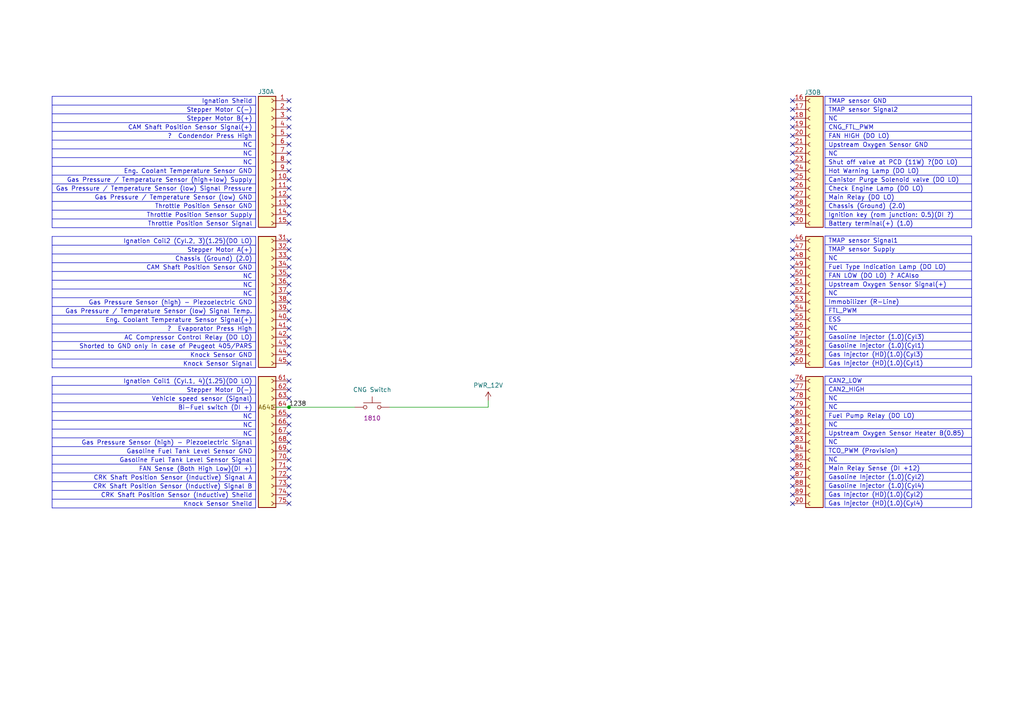
<source format=kicad_sch>
(kicad_sch (version 20250114) (generator "eeschema") (generator_version "9.0")
  (paper "A4")
  (lib_symbols
    (symbol "Switch:SW_MEC_5G" (pin_numbers (hide yes)) (pin_names (offset 1.016) (hide yes))
      (property "Reference" "SW" (at 1.27 2.54 0))
      (property "Value" "SW_MEC_5G" (at 0 -1.524 0))
      (symbol "SW_MEC_5G_0_1"
        (circle (center -2.032 0) (radius 0.508))
        (polyline (pts (xy 0 1.27) (xy 0 3.048)))
        (circle (center 2.032 0) (radius 0.508))
        (polyline (pts (xy 2.54 1.27) (xy -2.54 1.27)))
        (pin passive line (at -5.08 0 0) (length 2.54) (name "A") (number "1"))
        (pin passive line (at 5.08 0 180) (length 2.54) (name "B") (number "3"))
      )
      (symbol "SW_MEC_5G_1_1"
        (pin passive line (at -5.08 0 0) (length 2.54) (hide yes) (name "A") (number "2"))
        (pin passive line (at 5.08 0 180) (length 2.54) (hide yes) (name "B") (number "4"))
      )
    )
    (symbol "fab:PWR_12V" (power) (pin_names (offset 0))
      (property "Value" "PWR_12V" (at 0 3.556 0))
      (symbol "PWR_12V_0_1"
        (polyline (pts (xy -0.762 1.27) (xy 0 2.54)))
        (polyline (pts (xy 0 2.54) (xy 0.762 1.27)))
        (polyline (pts (xy 0 0) (xy 0 2.54)))
      )
      (symbol "PWR_12V_1_1"
        (pin power_in line (at 0 0 90) (length 0) (hide yes) (name "PWR_12V") (number "1"))
      )
    )
    (symbol "sicma_socket:Conn_01x90_3Row_Socket" (pin_names (offset 1.016) (hide yes))
      (property "Reference" "J" (at 1.524 60.833 0))
      (property "Value" "Conn_01x90_3Row_Socket" (at 1.397 -61.214 0))
      (symbol "Conn_01x90_3Row_Socket_1_1"
        (rectangle (start -0.508 59.69) (end 4.572 21.717) (stroke (width 0.254)) (fill (type background)))
        (polyline (pts (xy -0.508 58.42) (xy 0.254 58.42)) (stroke (width 0.1524)))
        (polyline (pts (xy -0.508 55.88) (xy 0.254 55.88)) (stroke (width 0.1524)))
        (polyline (pts (xy -0.508 53.34) (xy 0.254 53.34)) (stroke (width 0.1524)))
        (polyline (pts (xy -0.508 50.8) (xy 0.254 50.8)) (stroke (width 0.1524)))
        (polyline (pts (xy -0.508 48.26) (xy 0.254 48.26)) (stroke (width 0.1524)))
        (polyline (pts (xy -0.508 45.72) (xy 0.254 45.72)) (stroke (width 0.1524)))
        (polyline (pts (xy -0.508 43.18) (xy 0.254 43.18)) (stroke (width 0.1524)))
        (polyline (pts (xy -0.508 40.64) (xy 0.254 40.64)) (stroke (width 0.1524)))
        (polyline (pts (xy -0.508 38.1) (xy 0.254 38.1)) (stroke (width 0.1524)))
        (polyline (pts (xy -0.508 35.56) (xy 0.254 35.56)) (stroke (width 0.1524)))
        (polyline (pts (xy -0.508 33.02) (xy 0.254 33.02)) (stroke (width 0.1524)))
        (polyline (pts (xy -0.508 30.48) (xy 0.254 30.48)) (stroke (width 0.1524)))
        (polyline (pts (xy -0.508 27.94) (xy 0.254 27.94)) (stroke (width 0.1524)))
        (polyline (pts (xy -0.508 25.4) (xy 0.254 25.4)) (stroke (width 0.1524)))
        (polyline (pts (xy -0.508 22.86) (xy 0.254 22.86)) (stroke (width 0.1524)))
        (rectangle (start -0.508 19.05) (end 4.572 -18.923) (stroke (width 0.254)) (fill (type background)))
        (polyline (pts (xy -0.508 17.78) (xy 0.254 17.78)) (stroke (width 0.1524)))
        (polyline (pts (xy -0.508 15.24) (xy 0.254 15.24)) (stroke (width 0.1524)))
        (polyline (pts (xy -0.508 12.7) (xy 0.254 12.7)) (stroke (width 0.1524)))
        (polyline (pts (xy -0.508 10.16) (xy 0.254 10.16)) (stroke (width 0.1524)))
        (polyline (pts (xy -0.508 7.62) (xy 0.254 7.62)) (stroke (width 0.1524)))
        (polyline (pts (xy -0.508 5.08) (xy 0.254 5.08)) (stroke (width 0.1524)))
        (polyline (pts (xy -0.508 2.54) (xy 0.254 2.54)) (stroke (width 0.1524)))
        (polyline (pts (xy -0.508 0) (xy 0.254 0)) (stroke (width 0.1524)))
        (polyline (pts (xy -0.508 -2.54) (xy 0.254 -2.54)) (stroke (width 0.1524)))
        (polyline (pts (xy -0.508 -5.08) (xy 0.254 -5.08)) (stroke (width 0.1524)))
        (polyline (pts (xy -0.508 -7.62) (xy 0.254 -7.62)) (stroke (width 0.1524)))
        (polyline (pts (xy -0.508 -10.16) (xy 0.254 -10.16)) (stroke (width 0.1524)))
        (polyline (pts (xy -0.508 -12.7) (xy 0.254 -12.7)) (stroke (width 0.1524)))
        (polyline (pts (xy -0.508 -15.24) (xy 0.254 -15.24)) (stroke (width 0.1524)))
        (polyline (pts (xy -0.508 -17.78) (xy 0.254 -17.78)) (stroke (width 0.1524)))
        (rectangle (start -0.508 -21.59) (end 4.572 -59.563) (stroke (width 0.254)) (fill (type background)))
        (polyline (pts (xy -0.508 -22.86) (xy 0.254 -22.86)) (stroke (width 0.1524)))
        (polyline (pts (xy -0.508 -25.4) (xy 0.254 -25.4)) (stroke (width 0.1524)))
        (polyline (pts (xy -0.508 -27.94) (xy 0.254 -27.94)) (stroke (width 0.1524)))
        (polyline (pts (xy -0.508 -30.48) (xy 0.254 -30.48)) (stroke (width 0.1524)))
        (polyline (pts (xy -0.508 -33.02) (xy 0.254 -33.02)) (stroke (width 0.1524)))
        (polyline (pts (xy -0.508 -35.56) (xy 0.254 -35.56)) (stroke (width 0.1524)))
        (polyline (pts (xy -0.508 -38.1) (xy 0.254 -38.1)) (stroke (width 0.1524)))
        (polyline (pts (xy -0.508 -40.64) (xy 0.254 -40.64)) (stroke (width 0.1524)))
        (polyline (pts (xy -0.508 -43.18) (xy 0.254 -43.18)) (stroke (width 0.1524)))
        (polyline (pts (xy -0.508 -45.72) (xy 0.254 -45.72)) (stroke (width 0.1524)))
        (polyline (pts (xy -0.508 -48.26) (xy 0.254 -48.26)) (stroke (width 0.1524)))
        (polyline (pts (xy -0.508 -50.8) (xy 0.254 -50.8)) (stroke (width 0.1524)))
        (polyline (pts (xy -0.508 -53.34) (xy 0.254 -53.34)) (stroke (width 0.1524)))
        (polyline (pts (xy -0.508 -55.88) (xy 0.254 -55.88)) (stroke (width 0.1524)))
        (polyline (pts (xy -0.508 -58.42) (xy 0.254 -58.42)) (stroke (width 0.1524)))
        (arc (start 0.762 57.912) (mid 0.2562 58.42) (end 0.762 58.928) (stroke (width 0.1524)))
        (arc (start 0.762 55.372) (mid 0.2562 55.88) (end 0.762 56.388) (stroke (width 0.1524)))
        (arc (start 0.762 52.832) (mid 0.2562 53.34) (end 0.762 53.848) (stroke (width 0.1524)))
        (arc (start 0.762 50.292) (mid 0.2562 50.8) (end 0.762 51.308) (stroke (width 0.1524)))
        (arc (start 0.762 47.752) (mid 0.2562 48.26) (end 0.762 48.768) (stroke (width 0.1524)))
        (arc (start 0.762 45.212) (mid 0.2562 45.72) (end 0.762 46.228) (stroke (width 0.1524)))
        (arc (start 0.762 42.672) (mid 0.2562 43.18) (end 0.762 43.688) (stroke (width 0.1524)))
        (arc (start 0.762 40.132) (mid 0.2562 40.64) (end 0.762 41.148) (stroke (width 0.1524)))
        (arc (start 0.762 37.592) (mid 0.2562 38.1) (end 0.762 38.608) (stroke (width 0.1524)))
        (arc (start 0.762 35.052) (mid 0.2562 35.56) (end 0.762 36.068) (stroke (width 0.1524)))
        (arc (start 0.762 32.512) (mid 0.2562 33.02) (end 0.762 33.528) (stroke (width 0.1524)))
        (arc (start 0.762 29.972) (mid 0.2562 30.48) (end 0.762 30.988) (stroke (width 0.1524)))
        (arc (start 0.762 27.432) (mid 0.2562 27.94) (end 0.762 28.448) (stroke (width 0.1524)))
        (arc (start 0.762 24.892) (mid 0.2562 25.4) (end 0.762 25.908) (stroke (width 0.1524)))
        (arc (start 0.762 22.352) (mid 0.2562 22.86) (end 0.762 23.368) (stroke (width 0.1524)))
        (arc (start 0.762 17.272) (mid 0.2562 17.78) (end 0.762 18.288) (stroke (width 0.1524)))
        (arc (start 0.762 14.732) (mid 0.2562 15.24) (end 0.762 15.748) (stroke (width 0.1524)))
        (arc (start 0.762 12.192) (mid 0.2562 12.7) (end 0.762 13.208) (stroke (width 0.1524)))
        (arc (start 0.762 9.652) (mid 0.2562 10.16) (end 0.762 10.668) (stroke (width 0.1524)))
        (arc (start 0.762 7.112) (mid 0.2562 7.62) (end 0.762 8.128) (stroke (width 0.1524)))
        (arc (start 0.762 4.572) (mid 0.2562 5.08) (end 0.762 5.588) (stroke (width 0.1524)))
        (arc (start 0.762 2.032) (mid 0.2562 2.54) (end 0.762 3.048) (stroke (width 0.1524)))
        (arc (start 0.762 -0.508) (mid 0.2562 0) (end 0.762 0.508) (stroke (width 0.1524)))
        (arc (start 0.762 -3.048) (mid 0.2562 -2.54) (end 0.762 -2.032) (stroke (width 0.1524)))
        (arc (start 0.762 -5.588) (mid 0.2562 -5.08) (end 0.762 -4.572) (stroke (width 0.1524)))
        (arc (start 0.762 -8.128) (mid 0.2562 -7.62) (end 0.762 -7.112) (stroke (width 0.1524)))
        (arc (start 0.762 -10.668) (mid 0.2562 -10.16) (end 0.762 -9.652) (stroke (width 0.1524)))
        (arc (start 0.762 -13.208) (mid 0.2562 -12.7) (end 0.762 -12.192) (stroke (width 0.1524)))
        (arc (start 0.762 -15.748) (mid 0.2562 -15.24) (end 0.762 -14.732) (stroke (width 0.1524)))
        (arc (start 0.762 -18.288) (mid 0.2562 -17.78) (end 0.762 -17.272) (stroke (width 0.1524)))
        (arc (start 0.762 -23.368) (mid 0.2562 -22.86) (end 0.762 -22.352) (stroke (width 0.1524)))
        (arc (start 0.762 -25.908) (mid 0.2562 -25.4) (end 0.762 -24.892) (stroke (width 0.1524)))
        (arc (start 0.762 -28.448) (mid 0.2562 -27.94) (end 0.762 -27.432) (stroke (width 0.1524)))
        (arc (start 0.762 -30.988) (mid 0.2562 -30.48) (end 0.762 -29.972) (stroke (width 0.1524)))
        (arc (start 0.762 -33.528) (mid 0.2562 -33.02) (end 0.762 -32.512) (stroke (width 0.1524)))
        (arc (start 0.762 -36.068) (mid 0.2562 -35.56) (end 0.762 -35.052) (stroke (width 0.1524)))
        (arc (start 0.762 -38.608) (mid 0.2562 -38.1) (end 0.762 -37.592) (stroke (width 0.1524)))
        (arc (start 0.762 -41.148) (mid 0.2562 -40.64) (end 0.762 -40.132) (stroke (width 0.1524)))
        (arc (start 0.762 -43.688) (mid 0.2562 -43.18) (end 0.762 -42.672) (stroke (width 0.1524)))
        (arc (start 0.762 -46.228) (mid 0.2562 -45.72) (end 0.762 -45.212) (stroke (width 0.1524)))
        (arc (start 0.762 -48.768) (mid 0.2562 -48.26) (end 0.762 -47.752) (stroke (width 0.1524)))
        (arc (start 0.762 -51.308) (mid 0.2562 -50.8) (end 0.762 -50.292) (stroke (width 0.1524)))
        (arc (start 0.762 -53.848) (mid 0.2562 -53.34) (end 0.762 -52.832) (stroke (width 0.1524)))
        (arc (start 0.762 -56.388) (mid 0.2562 -55.88) (end 0.762 -55.372) (stroke (width 0.1524)))
        (arc (start 0.762 -58.928) (mid 0.2562 -58.42) (end 0.762 -57.912) (stroke (width 0.1524)))
        (pin passive line (at -4.318 58.42 0) (length 3.81) (name "A1") (number "1"))
        (pin passive line (at -4.318 55.88 0) (length 3.81) (name "A2") (number "2"))
        (pin passive line (at -4.318 53.34 0) (length 3.81) (name "A3") (number "3"))
        (pin passive line (at -4.318 50.8 0) (length 3.81) (name "A4") (number "4"))
        (pin passive line (at -4.318 48.26 0) (length 3.81) (name "A5") (number "5"))
        (pin passive line (at -4.318 45.72 0) (length 3.81) (name "A6") (number "6"))
        (pin passive line (at -4.318 43.18 0) (length 3.81) (name "A7") (number "7"))
        (pin passive line (at -4.318 40.64 0) (length 3.81) (name "A8") (number "8"))
        (pin passive line (at -4.318 38.1 0) (length 3.81) (name "A9") (number "9"))
        (pin passive line (at -4.318 35.56 0) (length 3.81) (name "A10") (number "10"))
        (pin passive line (at -4.318 33.02 0) (length 3.81) (name "A11") (number "11"))
        (pin passive line (at -4.318 30.48 0) (length 3.81) (name "A12") (number "12"))
        (pin passive line (at -4.318 27.94 0) (length 3.81) (name "A13") (number "13"))
        (pin passive line (at -4.318 25.4 0) (length 3.81) (name "A14") (number "14"))
        (pin passive line (at -4.318 22.86 0) (length 3.81) (name "A15") (number "15"))
        (pin passive line (at -4.318 17.78 0) (length 3.81) (name "A31") (number "31"))
        (pin passive line (at -4.318 15.24 0) (length 3.81) (name "A32") (number "32"))
        (pin passive line (at -4.318 12.7 0) (length 3.81) (name "A33") (number "33"))
        (pin passive line (at -4.318 10.16 0) (length 3.81) (name "A34") (number "34"))
        (pin passive line (at -4.318 7.62 0) (length 3.81) (name "A35") (number "35"))
        (pin passive line (at -4.318 5.08 0) (length 3.81) (name "A36") (number "36"))
        (pin passive line (at -4.318 2.54 0) (length 3.81) (name "A37") (number "37"))
        (pin passive line (at -4.318 0 0) (length 3.81) (name "A38") (number "38"))
        (pin passive line (at -4.318 -2.54 0) (length 3.81) (name "A39") (number "39"))
        (pin passive line (at -4.318 -5.08 0) (length 3.81) (name "A40") (number "40"))
        (pin passive line (at -4.318 -7.62 0) (length 3.81) (name "A41") (number "41"))
        (pin passive line (at -4.318 -10.16 0) (length 3.81) (name "A42") (number "42"))
        (pin passive line (at -4.318 -12.7 0) (length 3.81) (name "A43") (number "43"))
        (pin passive line (at -4.318 -15.24 0) (length 3.81) (name "A44") (number "44"))
        (pin passive line (at -4.318 -17.78 0) (length 3.81) (name "A45") (number "45"))
        (pin passive line (at -4.318 -22.86 0) (length 3.81) (name "A61") (number "61"))
        (pin passive line (at -4.318 -25.4 0) (length 3.81) (name "A62") (number "62"))
        (pin passive line (at -4.318 -27.94 0) (length 3.81) (name "A63") (number "63"))
        (pin passive line (at -4.318 -30.48 0) (length 3.81) (name "A64") (number "64"))
        (pin passive line (at -4.318 -33.02 0) (length 3.81) (name "A65") (number "65"))
        (pin passive line (at -4.318 -35.56 0) (length 3.81) (name "A66") (number "66"))
        (pin passive line (at -4.318 -38.1 0) (length 3.81) (name "A67") (number "67"))
        (pin passive line (at -4.318 -40.64 0) (length 3.81) (name "A68") (number "68"))
        (pin passive line (at -4.318 -43.18 0) (length 3.81) (name "A69") (number "69"))
        (pin passive line (at -4.318 -45.72 0) (length 3.81) (name "A70") (number "70"))
        (pin passive line (at -4.318 -48.26 0) (length 3.81) (name "A71") (number "71"))
        (pin passive line (at -4.318 -50.8 0) (length 3.81) (name "A72") (number "72"))
        (pin passive line (at -4.318 -53.34 0) (length 3.81) (name "A73") (number "73"))
        (pin passive line (at -4.318 -55.88 0) (length 3.81) (name "A74") (number "74"))
        (pin passive line (at -4.318 -58.42 0) (length 3.81) (name "A75") (number "75"))
      )
      (symbol "Conn_01x90_3Row_Socket_2_1"
        (rectangle (start -0.508 59.69) (end 4.572 21.717) (stroke (width 0.254)) (fill (type background)))
        (polyline (pts (xy -0.508 58.42) (xy 0.254 58.42)) (stroke (width 0.1524)))
        (polyline (pts (xy -0.508 55.88) (xy 0.254 55.88)) (stroke (width 0.1524)))
        (polyline (pts (xy -0.508 53.34) (xy 0.254 53.34)) (stroke (width 0.1524)))
        (polyline (pts (xy -0.508 50.8) (xy 0.254 50.8)) (stroke (width 0.1524)))
        (polyline (pts (xy -0.508 48.26) (xy 0.254 48.26)) (stroke (width 0.1524)))
        (polyline (pts (xy -0.508 45.72) (xy 0.254 45.72)) (stroke (width 0.1524)))
        (polyline (pts (xy -0.508 43.18) (xy 0.254 43.18)) (stroke (width 0.1524)))
        (polyline (pts (xy -0.508 40.64) (xy 0.254 40.64)) (stroke (width 0.1524)))
        (polyline (pts (xy -0.508 38.1) (xy 0.254 38.1)) (stroke (width 0.1524)))
        (polyline (pts (xy -0.508 35.56) (xy 0.254 35.56)) (stroke (width 0.1524)))
        (polyline (pts (xy -0.508 33.02) (xy 0.254 33.02)) (stroke (width 0.1524)))
        (polyline (pts (xy -0.508 30.48) (xy 0.254 30.48)) (stroke (width 0.1524)))
        (polyline (pts (xy -0.508 27.94) (xy 0.254 27.94)) (stroke (width 0.1524)))
        (polyline (pts (xy -0.508 25.4) (xy 0.254 25.4)) (stroke (width 0.1524)))
        (polyline (pts (xy -0.508 22.86) (xy 0.254 22.86)) (stroke (width 0.1524)))
        (rectangle (start -0.508 19.05) (end 4.572 -18.923) (stroke (width 0.254)) (fill (type background)))
        (polyline (pts (xy -0.508 17.78) (xy 0.254 17.78)) (stroke (width 0.1524)))
        (polyline (pts (xy -0.508 15.24) (xy 0.254 15.24)) (stroke (width 0.1524)))
        (polyline (pts (xy -0.508 12.7) (xy 0.254 12.7)) (stroke (width 0.1524)))
        (polyline (pts (xy -0.508 10.16) (xy 0.254 10.16)) (stroke (width 0.1524)))
        (polyline (pts (xy -0.508 7.62) (xy 0.254 7.62)) (stroke (width 0.1524)))
        (polyline (pts (xy -0.508 5.08) (xy 0.254 5.08)) (stroke (width 0.1524)))
        (polyline (pts (xy -0.508 2.54) (xy 0.254 2.54)) (stroke (width 0.1524)))
        (polyline (pts (xy -0.508 0) (xy 0.254 0)) (stroke (width 0.1524)))
        (polyline (pts (xy -0.508 -2.54) (xy 0.254 -2.54)) (stroke (width 0.1524)))
        (polyline (pts (xy -0.508 -5.08) (xy 0.254 -5.08)) (stroke (width 0.1524)))
        (polyline (pts (xy -0.508 -7.62) (xy 0.254 -7.62)) (stroke (width 0.1524)))
        (polyline (pts (xy -0.508 -10.16) (xy 0.254 -10.16)) (stroke (width 0.1524)))
        (polyline (pts (xy -0.508 -12.7) (xy 0.254 -12.7)) (stroke (width 0.1524)))
        (polyline (pts (xy -0.508 -15.24) (xy 0.254 -15.24)) (stroke (width 0.1524)))
        (polyline (pts (xy -0.508 -17.78) (xy 0.254 -17.78)) (stroke (width 0.1524)))
        (rectangle (start -0.508 -21.59) (end 4.572 -59.563) (stroke (width 0.254)) (fill (type background)))
        (polyline (pts (xy -0.508 -22.86) (xy 0.254 -22.86)) (stroke (width 0.1524)))
        (polyline (pts (xy -0.508 -25.4) (xy 0.254 -25.4)) (stroke (width 0.1524)))
        (polyline (pts (xy -0.508 -27.94) (xy 0.254 -27.94)) (stroke (width 0.1524)))
        (polyline (pts (xy -0.508 -30.48) (xy 0.254 -30.48)) (stroke (width 0.1524)))
        (polyline (pts (xy -0.508 -33.02) (xy 0.254 -33.02)) (stroke (width 0.1524)))
        (polyline (pts (xy -0.508 -35.56) (xy 0.254 -35.56)) (stroke (width 0.1524)))
        (polyline (pts (xy -0.508 -38.1) (xy 0.254 -38.1)) (stroke (width 0.1524)))
        (polyline (pts (xy -0.508 -40.64) (xy 0.254 -40.64)) (stroke (width 0.1524)))
        (polyline (pts (xy -0.508 -43.18) (xy 0.254 -43.18)) (stroke (width 0.1524)))
        (polyline (pts (xy -0.508 -45.72) (xy 0.254 -45.72)) (stroke (width 0.1524)))
        (polyline (pts (xy -0.508 -48.26) (xy 0.254 -48.26)) (stroke (width 0.1524)))
        (polyline (pts (xy -0.508 -50.8) (xy 0.254 -50.8)) (stroke (width 0.1524)))
        (polyline (pts (xy -0.508 -53.34) (xy 0.254 -53.34)) (stroke (width 0.1524)))
        (polyline (pts (xy -0.508 -55.88) (xy 0.254 -55.88)) (stroke (width 0.1524)))
        (polyline (pts (xy -0.508 -58.42) (xy 0.254 -58.42)) (stroke (width 0.1524)))
        (arc (start 0.762 57.912) (mid 0.2562 58.42) (end 0.762 58.928) (stroke (width 0.1524)))
        (arc (start 0.762 55.372) (mid 0.2562 55.88) (end 0.762 56.388) (stroke (width 0.1524)))
        (arc (start 0.762 52.832) (mid 0.2562 53.34) (end 0.762 53.848) (stroke (width 0.1524)))
        (arc (start 0.762 50.292) (mid 0.2562 50.8) (end 0.762 51.308) (stroke (width 0.1524)))
        (arc (start 0.762 47.752) (mid 0.2562 48.26) (end 0.762 48.768) (stroke (width 0.1524)))
        (arc (start 0.762 45.212) (mid 0.2562 45.72) (end 0.762 46.228) (stroke (width 0.1524)))
        (arc (start 0.762 42.672) (mid 0.2562 43.18) (end 0.762 43.688) (stroke (width 0.1524)))
        (arc (start 0.762 40.132) (mid 0.2562 40.64) (end 0.762 41.148) (stroke (width 0.1524)))
        (arc (start 0.762 37.592) (mid 0.2562 38.1) (end 0.762 38.608) (stroke (width 0.1524)))
        (arc (start 0.762 35.052) (mid 0.2562 35.56) (end 0.762 36.068) (stroke (width 0.1524)))
        (arc (start 0.762 32.512) (mid 0.2562 33.02) (end 0.762 33.528) (stroke (width 0.1524)))
        (arc (start 0.762 29.972) (mid 0.2562 30.48) (end 0.762 30.988) (stroke (width 0.1524)))
        (arc (start 0.762 27.432) (mid 0.2562 27.94) (end 0.762 28.448) (stroke (width 0.1524)))
        (arc (start 0.762 24.892) (mid 0.2562 25.4) (end 0.762 25.908) (stroke (width 0.1524)))
        (arc (start 0.762 22.352) (mid 0.2562 22.86) (end 0.762 23.368) (stroke (width 0.1524)))
        (arc (start 0.762 17.272) (mid 0.2562 17.78) (end 0.762 18.288) (stroke (width 0.1524)))
        (arc (start 0.762 14.732) (mid 0.2562 15.24) (end 0.762 15.748) (stroke (width 0.1524)))
        (arc (start 0.762 12.192) (mid 0.2562 12.7) (end 0.762 13.208) (stroke (width 0.1524)))
        (arc (start 0.762 9.652) (mid 0.2562 10.16) (end 0.762 10.668) (stroke (width 0.1524)))
        (arc (start 0.762 7.112) (mid 0.2562 7.62) (end 0.762 8.128) (stroke (width 0.1524)))
        (arc (start 0.762 4.572) (mid 0.2562 5.08) (end 0.762 5.588) (stroke (width 0.1524)))
        (arc (start 0.762 2.032) (mid 0.2562 2.54) (end 0.762 3.048) (stroke (width 0.1524)))
        (arc (start 0.762 -0.508) (mid 0.2562 0) (end 0.762 0.508) (stroke (width 0.1524)))
        (arc (start 0.762 -3.048) (mid 0.2562 -2.54) (end 0.762 -2.032) (stroke (width 0.1524)))
        (arc (start 0.762 -5.588) (mid 0.2562 -5.08) (end 0.762 -4.572) (stroke (width 0.1524)))
        (arc (start 0.762 -8.128) (mid 0.2562 -7.62) (end 0.762 -7.112) (stroke (width 0.1524)))
        (arc (start 0.762 -10.668) (mid 0.2562 -10.16) (end 0.762 -9.652) (stroke (width 0.1524)))
        (arc (start 0.762 -13.208) (mid 0.2562 -12.7) (end 0.762 -12.192) (stroke (width 0.1524)))
        (arc (start 0.762 -15.748) (mid 0.2562 -15.24) (end 0.762 -14.732) (stroke (width 0.1524)))
        (arc (start 0.762 -18.288) (mid 0.2562 -17.78) (end 0.762 -17.272) (stroke (width 0.1524)))
        (arc (start 0.762 -23.368) (mid 0.2562 -22.86) (end 0.762 -22.352) (stroke (width 0.1524)))
        (arc (start 0.762 -25.908) (mid 0.2562 -25.4) (end 0.762 -24.892) (stroke (width 0.1524)))
        (arc (start 0.762 -28.448) (mid 0.2562 -27.94) (end 0.762 -27.432) (stroke (width 0.1524)))
        (arc (start 0.762 -30.988) (mid 0.2562 -30.48) (end 0.762 -29.972) (stroke (width 0.1524)))
        (arc (start 0.762 -33.528) (mid 0.2562 -33.02) (end 0.762 -32.512) (stroke (width 0.1524)))
        (arc (start 0.762 -36.068) (mid 0.2562 -35.56) (end 0.762 -35.052) (stroke (width 0.1524)))
        (arc (start 0.762 -38.608) (mid 0.2562 -38.1) (end 0.762 -37.592) (stroke (width 0.1524)))
        (arc (start 0.762 -41.148) (mid 0.2562 -40.64) (end 0.762 -40.132) (stroke (width 0.1524)))
        (arc (start 0.762 -43.688) (mid 0.2562 -43.18) (end 0.762 -42.672) (stroke (width 0.1524)))
        (arc (start 0.762 -46.228) (mid 0.2562 -45.72) (end 0.762 -45.212) (stroke (width 0.1524)))
        (arc (start 0.762 -48.768) (mid 0.2562 -48.26) (end 0.762 -47.752) (stroke (width 0.1524)))
        (arc (start 0.762 -51.308) (mid 0.2562 -50.8) (end 0.762 -50.292) (stroke (width 0.1524)))
        (arc (start 0.762 -53.848) (mid 0.2562 -53.34) (end 0.762 -52.832) (stroke (width 0.1524)))
        (arc (start 0.762 -56.388) (mid 0.2562 -55.88) (end 0.762 -55.372) (stroke (width 0.1524)))
        (arc (start 0.762 -58.928) (mid 0.2562 -58.42) (end 0.762 -57.912) (stroke (width 0.1524)))
        (pin passive line (at -4.318 58.42 0) (length 3.81) (name "B16") (number "16"))
        (pin passive line (at -4.318 55.88 0) (length 3.81) (name "B17") (number "17"))
        (pin passive line (at -4.318 53.34 0) (length 3.81) (name "B18") (number "18"))
        (pin passive line (at -4.318 50.8 0) (length 3.81) (name "B19") (number "19"))
        (pin passive line (at -4.318 48.26 0) (length 3.81) (name "B20") (number "20"))
        (pin passive line (at -4.318 45.72 0) (length 3.81) (name "B21") (number "21"))
        (pin passive line (at -4.318 43.18 0) (length 3.81) (name "B22") (number "22"))
        (pin passive line (at -4.318 40.64 0) (length 3.81) (name "B23") (number "23"))
        (pin passive line (at -4.318 38.1 0) (length 3.81) (name "B24") (number "24"))
        (pin passive line (at -4.318 35.56 0) (length 3.81) (name "B25") (number "25"))
        (pin passive line (at -4.318 33.02 0) (length 3.81) (name "B26") (number "26"))
        (pin passive line (at -4.318 30.48 0) (length 3.81) (name "B27") (number "27"))
        (pin passive line (at -4.318 27.94 0) (length 3.81) (name "B28") (number "28"))
        (pin passive line (at -4.318 25.4 0) (length 3.81) (name "B29") (number "29"))
        (pin passive line (at -4.318 22.86 0) (length 3.81) (name "B30") (number "30"))
        (pin passive line (at -4.318 17.78 0) (length 3.81) (name "B46") (number "46"))
        (pin passive line (at -4.318 15.24 0) (length 3.81) (name "B47") (number "47"))
        (pin passive line (at -4.318 12.7 0) (length 3.81) (name "B48") (number "48"))
        (pin passive line (at -4.318 10.16 0) (length 3.81) (name "B49") (number "49"))
        (pin passive line (at -4.318 7.62 0) (length 3.81) (name "B50") (number "50"))
        (pin passive line (at -4.318 5.08 0) (length 3.81) (name "B51") (number "51"))
        (pin passive line (at -4.318 2.54 0) (length 3.81) (name "B52") (number "52"))
        (pin passive line (at -4.318 0 0) (length 3.81) (name "B53") (number "53"))
        (pin passive line (at -4.318 -2.54 0) (length 3.81) (name "B54") (number "54"))
        (pin passive line (at -4.318 -5.08 0) (length 3.81) (name "B55") (number "55"))
        (pin passive line (at -4.318 -7.62 0) (length 3.81) (name "B56") (number "56"))
        (pin passive line (at -4.318 -10.16 0) (length 3.81) (name "B57") (number "57"))
        (pin passive line (at -4.318 -12.7 0) (length 3.81) (name "B58") (number "58"))
        (pin passive line (at -4.318 -15.24 0) (length 3.81) (name "B59") (number "59"))
        (pin passive line (at -4.318 -17.78 0) (length 3.81) (name "B60") (number "60"))
        (pin passive line (at -4.318 -22.86 0) (length 3.81) (name "B76") (number "76"))
        (pin passive line (at -4.318 -25.4 0) (length 3.81) (name "B77") (number "77"))
        (pin passive line (at -4.318 -27.94 0) (length 3.81) (name "B78") (number "78"))
        (pin passive line (at -4.318 -30.48 0) (length 3.81) (name "B79") (number "79"))
        (pin passive line (at -4.318 -33.02 0) (length 3.81) (name "B80") (number "80"))
        (pin passive line (at -4.318 -35.56 0) (length 3.81) (name "B81") (number "81"))
        (pin passive line (at -4.318 -38.1 0) (length 3.81) (name "B82") (number "82"))
        (pin passive line (at -4.318 -40.64 0) (length 3.81) (name "B83") (number "83"))
        (pin passive line (at -4.318 -43.18 0) (length 3.81) (name "B84") (number "84"))
        (pin passive line (at -4.318 -45.72 0) (length 3.81) (name "B85") (number "85"))
        (pin passive line (at -4.318 -48.26 0) (length 3.81) (name "B86") (number "86"))
        (pin passive line (at -4.318 -50.8 0) (length 3.81) (name "B87") (number "87"))
        (pin passive line (at -4.318 -53.34 0) (length 3.81) (name "B88") (number "88"))
        (pin passive line (at -4.318 -55.88 0) (length 3.81) (name "B89") (number "89"))
        (pin passive line (at -4.318 -58.42 0) (length 3.81) (name "B90") (number "90"))
      )
    )
  )
  (junction (at 83.82 118.11))
  (no_connect (at 83.82 130.81))
  (no_connect (at 229.87 29.21))
  (no_connect (at 229.87 82.55))
  (no_connect (at 83.82 138.43))
  (no_connect (at 83.82 62.23))
  (no_connect (at 229.87 92.71))
  (no_connect (at 229.87 57.15))
  (no_connect (at 83.82 36.83))
  (no_connect (at 229.87 118.11))
  (no_connect (at 229.87 105.41))
  (no_connect (at 229.87 128.27))
  (no_connect (at 229.87 31.75))
  (no_connect (at 229.87 135.89))
  (no_connect (at 83.82 74.93))
  (no_connect (at 229.87 64.77))
  (no_connect (at 83.82 90.17))
  (no_connect (at 229.87 36.83))
  (no_connect (at 83.82 95.25))
  (no_connect (at 83.82 125.73))
  (no_connect (at 83.82 34.29))
  (no_connect (at 83.82 97.79))
  (no_connect (at 229.87 90.17))
  (no_connect (at 229.87 85.09))
  (no_connect (at 229.87 34.29))
  (no_connect (at 229.87 80.01))
  (no_connect (at 83.82 87.63))
  (no_connect (at 229.87 120.65))
  (no_connect (at 83.82 31.75))
  (no_connect (at 83.82 52.07))
  (no_connect (at 229.87 62.23))
  (no_connect (at 83.82 92.71))
  (no_connect (at 83.82 44.45))
  (no_connect (at 229.87 138.43))
  (no_connect (at 229.87 39.37))
  (no_connect (at 83.82 39.37))
  (no_connect (at 83.82 115.57))
  (no_connect (at 229.87 146.05))
  (no_connect (at 229.87 143.51))
  (no_connect (at 83.82 100.33))
  (no_connect (at 83.82 29.21))
  (no_connect (at 83.82 105.41))
  (no_connect (at 229.87 110.49))
  (no_connect (at 83.82 123.19))
  (no_connect (at 83.82 120.65))
  (no_connect (at 83.82 140.97))
  (no_connect (at 83.82 54.61))
  (no_connect (at 83.82 85.09))
  (no_connect (at 229.87 41.91))
  (no_connect (at 229.87 102.87))
  (no_connect (at 83.82 69.85))
  (no_connect (at 229.87 74.93))
  (no_connect (at 229.87 130.81))
  (no_connect (at 229.87 140.97))
  (no_connect (at 229.87 87.63))
  (no_connect (at 229.87 97.79))
  (no_connect (at 83.82 77.47))
  (no_connect (at 229.87 49.53))
  (no_connect (at 229.87 95.25))
  (no_connect (at 83.82 82.55))
  (no_connect (at 83.82 143.51))
  (no_connect (at 229.87 54.61))
  (no_connect (at 83.82 64.77))
  (no_connect (at 229.87 44.45))
  (no_connect (at 229.87 69.85))
  (no_connect (at 229.87 113.03))
  (no_connect (at 83.82 135.89))
  (no_connect (at 229.87 46.99))
  (no_connect (at 83.82 46.99))
  (no_connect (at 83.82 110.49))
  (no_connect (at 83.82 59.69))
  (no_connect (at 229.87 125.73))
  (no_connect (at 229.87 133.35))
  (no_connect (at 83.82 128.27))
  (no_connect (at 229.87 123.19))
  (no_connect (at 83.82 72.39))
  (no_connect (at 229.87 52.07))
  (no_connect (at 229.87 115.57))
  (no_connect (at 83.82 57.15))
  (no_connect (at 229.87 77.47))
  (no_connect (at 83.82 102.87))
  (no_connect (at 83.82 133.35))
  (no_connect (at 83.82 41.91))
  (no_connect (at 229.87 100.33))
  (no_connect (at 83.82 146.05))
  (no_connect (at 83.82 113.03))
  (no_connect (at 229.87 59.69))
  (no_connect (at 83.82 80.01))
  (no_connect (at 83.82 49.53))
  (no_connect (at 229.87 72.39))
  (wire (pts (xy 83.82 118.11) (xy 102.87 118.11)))
  (wire (pts (xy 141.605 118.11) (xy 113.03 118.11)))
  (wire (pts (xy 141.605 116.205) (xy 141.605 118.11)))
  (wire (pts (xy 80.01 118.11) (xy 83.82 118.11)))
  (table (column_count 1) (border (external yes) (header yes)) (separators (rows yes) (cols yes)) (column_widths 42.545) (row_heights 2.54 2.54 2.54 2.54 2.54 2.54 2.54 2.54 2.54 2.54 2.54 2.54 2.54 2.54 2.54) (cells (table_cell "CAN2_LOW" (at 239.268 109.093 0) (size 42.545 2.54) (margins 0.9525 0.9525 0.9525 0.9525) (span 1 1)) (table_cell "CAN2_HIGH" (at 239.268 111.633 0) (size 42.545 2.54) (margins 0.9525 0.9525 0.9525 0.9525) (span 1 1)) (table_cell "NC" (at 239.268 114.173 0) (size 42.545 2.54) (margins 0.9525 0.9525 0.9525 0.9525) (span 1 1)) (table_cell "NC" (at 239.268 116.713 0) (size 42.545 2.54) (margins 0.9525 0.9525 0.9525 0.9525) (span 1 1)) (table_cell "Fuel Pump Relay (DO LO)" (at 239.268 119.253 0) (size 42.545 2.54) (margins 0.9525 0.9525 0.9525 0.9525) (span 1 1)) (table_cell "NC" (at 239.268 121.793 0) (size 42.545 2.54) (margins 0.9525 0.9525 0.9525 0.9525) (span 1 1)) (table_cell "Upstream Oxygen Sensor Heater B(0.85)" (at 239.268 124.333 0) (size 42.545 2.54) (margins 0.9525 0.9525 0.9525 0.9525) (span 1 1)) (table_cell "NC" (at 239.268 126.873 0) (size 42.545 2.54) (margins 0.9525 0.9525 0.9525 0.9525) (span 1 1)) (table_cell "TCO_PWM (Provision)" (at 239.268 129.413 0) (size 42.545 2.54) (margins 0.9525 0.9525 0.9525 0.9525) (span 1 1)) (table_cell "NC" (at 239.268 131.953 0) (size 42.545 2.54) (margins 0.9525 0.9525 0.9525 0.9525) (span 1 1)) (table_cell "Main Relay Sense (DI +12)" (at 239.268 134.493 0) (size 42.545 2.54) (margins 0.9525 0.9525 0.9525 0.9525) (span 1 1)) (table_cell "Gasoline Injector (1.0)(Cyl2)" (at 239.268 137.033 0) (size 42.545 2.54) (margins 0.9525 0.9525 0.9525 0.9525) (span 1 1)) (table_cell "Gasoline Injector (1.0)(Cyl4)" (at 239.268 139.573 0) (size 42.545 2.54) (margins 0.9525 0.9525 0.9525 0.9525) (span 1 1)) (table_cell "Gas Injector (HD)(1.0)(Cyl2)" (at 239.268 142.113 0) (size 42.545 2.54) (margins 0.9525 0.9525 0.9525 0.9525) (span 1 1)) (table_cell "Gas Injector (HD)(1.0)(Cyl4)" (at 239.268 144.653 0) (size 42.545 2.54) (margins 0.9525 0.9525 0.9525 0.9525) (span 1 1))))
  (table (column_count 1) (border (external yes) (header no)) (separators (rows yes) (cols no)) (column_widths 59.055) (row_heights 2.54 2.54 2.54 2.54 2.54 2.54 2.54 2.54 2.54 2.54 2.54 2.54 2.54 2.54 2.54) (cells (table_cell "Ignation Sheild" (at 15.113 27.94 0) (size 59.055 2.54) (margins 0.9525 0.9525 0.9525 0.9525) (span 1 1)) (table_cell "Stepper Motor C(-)" (at 15.113 30.48 0) (size 59.055 2.54) (margins 0.9525 0.9525 0.9525 0.9525) (span 1 1)) (table_cell "Stepper Motor B(+)" (at 15.113 33.02 0) (size 59.055 2.54) (margins 0.9525 0.9525 0.9525 0.9525) (span 1 1)) (table_cell "CAM Shaft Position Sensor Signal(+)" (at 15.113 35.56 0) (size 59.055 2.54) (margins 0.9525 0.9525 0.9525 0.9525) (span 1 1)) (table_cell "?  Condendor Press High" (at 15.113 38.1 0) (size 59.055 2.54) (margins 0.9525 0.9525 0.9525 0.9525) (span 1 1)) (table_cell "NC" (at 15.113 40.64 0) (size 59.055 2.54) (margins 0.9525 0.9525 0.9525 0.9525) (span 1 1)) (table_cell "NC" (at 15.113 43.18 0) (size 59.055 2.54) (margins 0.9525 0.9525 0.9525 0.9525) (span 1 1)) (table_cell "NC" (at 15.113 45.72 0) (size 59.055 2.54) (margins 0.9525 0.9525 0.9525 0.9525) (span 1 1)) (table_cell "Eng. Coolant Temperature Sensor GND" (at 15.113 48.26 0) (size 59.055 2.54) (margins 0.9525 0.9525 0.9525 0.9525) (span 1 1)) (table_cell "Gas Pressure / Temperature Sensor (high+low) Supply" (at 15.113 50.8 0) (size 59.055 2.54) (margins 0.9525 0.9525 0.9525 0.9525) (span 1 1)) (table_cell "Gas Pressure / Temperature Sensor (low) Signal Pressure" (at 15.113 53.34 0) (size 59.055 2.54) (margins 0.9525 0.9525 0.9525 0.9525) (span 1 1)) (table_cell "Gas Pressure / Temperature Sensor (low) GND" (at 15.113 55.88 0) (size 59.055 2.54) (margins 0.9525 0.9525 0.9525 0.9525) (span 1 1)) (table_cell "Throttle Position Sensor GND" (at 15.113 58.42 0) (size 59.055 2.54) (margins 0.9525 0.9525 0.9525 0.9525) (span 1 1)) (table_cell "Throttle Position Sensor Supply" (at 15.113 60.96 0) (size 59.055 2.54) (margins 0.9525 0.9525 0.9525 0.9525) (span 1 1)) (table_cell "Throttle Position Sensor Signal" (at 15.113 63.5 0) (size 59.055 2.54) (margins 0.9525 0.9525 0.9525 0.9525) (span 1 1))))
  (table (column_count 1) (border (external yes) (header yes)) (separators (rows yes) (cols yes)) (column_widths 42.545) (row_heights 2.54 2.54 2.54 2.54 2.54 2.54 2.54 2.54 2.54 2.54 2.54 2.54 2.54 2.54 2.54) (cells (table_cell "TMAP sensor Signal1" (at 239.268 68.453 0) (size 42.545 2.54) (margins 0.9525 0.9525 0.9525 0.9525) (span 1 1)) (table_cell "TMAP sensor Supply" (at 239.268 70.993 0) (size 42.545 2.54) (margins 0.9525 0.9525 0.9525 0.9525) (span 1 1)) (table_cell "NC" (at 239.268 73.533 0) (size 42.545 2.54) (margins 0.9525 0.9525 0.9525 0.9525) (span 1 1)) (table_cell "Fuel Type Indication Lamp (DO LO)" (at 239.268 76.073 0) (size 42.545 2.54) (margins 0.9525 0.9525 0.9525 0.9525) (span 1 1)) (table_cell "FAN LOW (DO LO) ? ACAlso" (at 239.268 78.613 0) (size 42.545 2.54) (margins 0.9525 0.9525 0.9525 0.9525) (span 1 1)) (table_cell "Upstream Oxygen Sensor Signal(+)" (at 239.268 81.153 0) (size 42.545 2.54) (margins 0.9525 0.9525 0.9525 0.9525) (span 1 1)) (table_cell "NC" (at 239.268 83.693 0) (size 42.545 2.54) (margins 0.9525 0.9525 0.9525 0.9525) (span 1 1)) (table_cell "Immobilizer (R-Line)" (at 239.268 86.233 0) (size 42.545 2.54) (margins 0.9525 0.9525 0.9525 0.9525) (span 1 1)) (table_cell "FTL_PWM" (at 239.268 88.773 0) (size 42.545 2.54) (margins 0.9525 0.9525 0.9525 0.9525) (span 1 1)) (table_cell "ESS" (at 239.268 91.313 0) (size 42.545 2.54) (margins 0.9525 0.9525 0.9525 0.9525) (span 1 1)) (table_cell "NC" (at 239.268 93.853 0) (size 42.545 2.54) (margins 0.9525 0.9525 0.9525 0.9525) (span 1 1)) (table_cell "Gasoline Injector (1.0)(Cyl3)" (at 239.268 96.393 0) (size 42.545 2.54) (margins 0.9525 0.9525 0.9525 0.9525) (span 1 1)) (table_cell "Gasoline Injector (1.0)(Cyl1)" (at 239.268 98.933 0) (size 42.545 2.54) (margins 0.9525 0.9525 0.9525 0.9525) (span 1 1)) (table_cell "Gas Injector (HD)(1.0)(Cyl3)" (at 239.268 101.473 0) (size 42.545 2.54) (margins 0.9525 0.9525 0.9525 0.9525) (span 1 1)) (table_cell "Gas Injector (HD)(1.0)(Cyl1)" (at 239.268 104.013 0) (size 42.545 2.54) (margins 0.9525 0.9525 0.9525 0.9525) (span 1 1))))
  (table (column_count 1) (border (external yes) (header yes)) (separators (rows yes) (cols yes)) (column_widths 59.055) (row_heights 2.54 2.54 2.54 2.54 2.54 2.54 2.54 2.54 2.54 2.54 2.54 2.54 2.54 2.54 2.54) (cells (table_cell "Ignation Coil2 (Cyl.2, 3)(1.25)(DO LO)" (at 15.113 68.58 0) (size 59.055 2.54) (margins 0.9525 0.9525 0.9525 0.9525) (span 1 1)) (table_cell "Stepper Motor A(+)" (at 15.113 71.12 0) (size 59.055 2.54) (margins 0.9525 0.9525 0.9525 0.9525) (span 1 1)) (table_cell "Chassis (Ground) (2.0)" (at 15.113 73.66 0) (size 59.055 2.54) (margins 0.9525 0.9525 0.9525 0.9525) (span 1 1)) (table_cell "CAM Shaft Position Sensor GND" (at 15.113 76.2 0) (size 59.055 2.54) (margins 0.9525 0.9525 0.9525 0.9525) (span 1 1)) (table_cell "NC" (at 15.113 78.74 0) (size 59.055 2.54) (margins 0.9525 0.9525 0.9525 0.9525) (span 1 1)) (table_cell "NC" (at 15.113 81.28 0) (size 59.055 2.54) (margins 0.9525 0.9525 0.9525 0.9525) (span 1 1)) (table_cell "NC" (at 15.113 83.82 0) (size 59.055 2.54) (margins 0.9525 0.9525 0.9525 0.9525) (span 1 1)) (table_cell "Gas Pressure Sensor (high) - Piezoelectric GND" (at 15.113 86.36 0) (size 59.055 2.54) (margins 0.9525 0.9525 0.9525 0.9525) (span 1 1)) (table_cell "Gas Pressure / Temperature Sensor (low) Signal Temp." (at 15.113 88.9 0) (size 59.055 2.54) (margins 0.9525 0.9525 0.9525 0.9525) (span 1 1)) (table_cell "Eng. Coolant Temperature Sensor Signal(+)" (at 15.113 91.44 0) (size 59.055 2.54) (margins 0.9525 0.9525 0.9525 0.9525) (span 1 1)) (table_cell "?  Evaporator Press High" (at 15.113 93.98 0) (size 59.055 2.54) (margins 0.9525 0.9525 0.9525 0.9525) (span 1 1)) (table_cell "AC Compressor Control Relay (DO LO)" (at 15.113 96.52 0) (size 59.055 2.54) (margins 0.9525 0.9525 0.9525 0.9525) (span 1 1)) (table_cell "Shorted to GND only in case of Peugeot 405/PARS" (at 15.113 99.06 0) (size 59.055 2.54) (margins 0.9525 0.9525 0.9525 0.9525) (span 1 1)) (table_cell "Knock Sensor GND" (at 15.113 101.6 0) (size 59.055 2.54) (margins 0.9525 0.9525 0.9525 0.9525) (span 1 1)) (table_cell "Knock Sensor Signal" (at 15.113 104.14 0) (size 59.055 2.54) (margins 0.9525 0.9525 0.9525 0.9525) (span 1 1))))
  (table (column_count 1) (border (external yes) (header yes)) (separators (rows yes) (cols yes)) (column_widths 42.545) (row_heights 2.54 2.54 2.54 2.54 2.54 2.54 2.54 2.54 2.54 2.54 2.54 2.54 2.54 2.54 2.54) (cells (table_cell "TMAP sensor GND" (at 239.268 27.94 0) (size 42.545 2.54) (margins 0.9525 0.9525 0.9525 0.9525) (span 1 1)) (table_cell "TMAP sensor Signal2" (at 239.268 30.48 0) (size 42.545 2.54) (margins 0.9525 0.9525 0.9525 0.9525) (span 1 1)) (table_cell "NC" (at 239.268 33.02 0) (size 42.545 2.54) (margins 0.9525 0.9525 0.9525 0.9525) (span 1 1)) (table_cell "CNG_FTL_PWM" (at 239.268 35.56 0) (size 42.545 2.54) (margins 0.9525 0.9525 0.9525 0.9525) (span 1 1)) (table_cell "FAN HIGH (DO LO)" (at 239.268 38.1 0) (size 42.545 2.54) (margins 0.9525 0.9525 0.9525 0.9525) (span 1 1)) (table_cell "Upstream Oxygen Sensor GND" (at 239.268 40.64 0) (size 42.545 2.54) (margins 0.9525 0.9525 0.9525 0.9525) (span 1 1)) (table_cell "NC" (at 239.268 43.18 0) (size 42.545 2.54) (margins 0.9525 0.9525 0.9525 0.9525) (span 1 1)) (table_cell "Shut off valve at PCD (11W) ?(DO LO)" (at 239.268 45.72 0) (size 42.545 2.54) (margins 0.9525 0.9525 0.9525 0.9525) (span 1 1)) (table_cell "Hot Warning Lamp (DO LO)" (at 239.268 48.26 0) (size 42.545 2.54) (margins 0.9525 0.9525 0.9525 0.9525) (span 1 1)) (table_cell "Canistor Purge Solenoid valve (DO LO)" (at 239.268 50.8 0) (size 42.545 2.54) (margins 0.9525 0.9525 0.9525 0.9525) (span 1 1)) (table_cell "Check Engine Lamp (DO LO)" (at 239.268 53.34 0) (size 42.545 2.54) (margins 0.9525 0.9525 0.9525 0.9525) (span 1 1)) (table_cell "Main Relay (DO LO)" (at 239.268 55.88 0) (size 42.545 2.54) (margins 0.9525 0.9525 0.9525 0.9525) (span 1 1)) (table_cell "Chassis (Ground) (2.0)" (at 239.268 58.42 0) (size 42.545 2.54) (margins 0.9525 0.9525 0.9525 0.9525) (span 1 1)) (table_cell "Ignition key (rom junction: 0.5)(DI ?)" (at 239.268 60.96 0) (size 42.545 2.54) (margins 0.9525 0.9525 0.9525 0.9525) (span 1 1)) (table_cell "Battery terminal(+) (1.0)" (at 239.268 63.5 0) (size 42.545 2.54) (margins 0.9525 0.9525 0.9525 0.9525) (span 1 1))))
  (table (column_count 1) (border (external yes) (header yes)) (separators (rows yes) (cols yes)) (column_widths 59.055) (row_heights 2.54 2.54 2.54 2.54 2.54 2.54 2.54 2.54 2.54 2.54 2.54 2.54 2.54 2.54 2.54) (cells (table_cell "Ignation Coil1 (Cyl.1, 4)(1.25)(DO LO)" (at 15.113 109.22 0) (size 59.055 2.54) (margins 0.9525 0.9525 0.9525 0.9525) (span 1 1)) (table_cell "Stepper Motor D(-)" (at 15.113 111.76 0) (size 59.055 2.54) (margins 0.9525 0.9525 0.9525 0.9525) (span 1 1)) (table_cell "Vehicle speed sensor (Signal)" (at 15.113 114.3 0) (size 59.055 2.54) (margins 0.9525 0.9525 0.9525 0.9525) (span 1 1)) (table_cell "Bi-Fuel switch (DI +)" (at 15.113 116.84 0) (size 59.055 2.54) (margins 0.9525 0.9525 0.9525 0.9525) (span 1 1)) (table_cell "NC" (at 15.113 119.38 0) (size 59.055 2.54) (margins 0.9525 0.9525 0.9525 0.9525) (span 1 1)) (table_cell "NC" (at 15.113 121.92 0) (size 59.055 2.54) (margins 0.9525 0.9525 0.9525 0.9525) (span 1 1)) (table_cell "NC" (at 15.113 124.46 0) (size 59.055 2.54) (margins 0.9525 0.9525 0.9525 0.9525) (span 1 1)) (table_cell "Gas Pressure Sensor (high) - Piezoelectric Signal" (at 15.113 127 0) (size 59.055 2.54) (margins 0.9525 0.9525 0.9525 0.9525) (span 1 1)) (table_cell "Gasoline Fuel Tank Level Sensor GND" (at 15.113 129.54 0) (size 59.055 2.54) (margins 0.9525 0.9525 0.9525 0.9525) (span 1 1)) (table_cell "Gasoline Fuel Tank Level Sensor Signal" (at 15.113 132.08 0) (size 59.055 2.54) (margins 0.9525 0.9525 0.9525 0.9525) (span 1 1)) (table_cell "FAN Sense (Both High Low)(DI +)" (at 15.113 134.62 0) (size 59.055 2.54) (margins 0.9525 0.9525 0.9525 0.9525) (span 1 1)) (table_cell "CRK Shaft Position Sensor (Inductive) Signal A" (at 15.113 137.16 0) (size 59.055 2.54) (margins 0.9525 0.9525 0.9525 0.9525) (span 1 1)) (table_cell "CRK Shaft Position Sensor (Inductive) Signal B" (at 15.113 139.7 0) (size 59.055 2.54) (margins 0.9525 0.9525 0.9525 0.9525) (span 1 1)) (table_cell "CRK Shaft Position Sensor (Inductive) Sheild" (at 15.113 142.24 0) (size 59.055 2.54) (margins 0.9525 0.9525 0.9525 0.9525) (span 1 1)) (table_cell "Knock Sensor Sheild" (at 15.113 144.78 0) (size 59.055 2.54) (margins 0.9525 0.9525 0.9525 0.9525) (span 1 1))))
  (label "1238" (at 83.82 118.11 0))
  (hierarchical_label "A64" (shape passive) (at 80.01 118.11 180))
  (symbol (lib_id "fab:PWR_12V") (at 141.605 116.205 0) (unit 1)
    (property "Reference" "#PWR0357" (effects (hide yes)))
    (property "Value" "PWR_12V" (at 141.605 111.76 0))
    (property "Description" "Power symbol creates a global label with name \"+12V\"" (effects (hide yes)))
  )
  (symbol (lib_id "sicma_socket:Conn_01x90_3Row_Socket") (at 234.188 87.63 0) (unit 2)
    (property "Reference" "J30" (at 235.712 26.797 0))
    (property "Value" "Conn_01x90_3Row_Socket" (effects (hide yes)))
    (property "Description" "\"Duble connector, triple row, 03x30, unit letter first pin numbering scheme (pin number form 1 to 90\"" (effects (hide yes)))
  )
  (symbol (lib_id "sicma_socket:Conn_01x90_3Row_Socket") (at 79.502 87.63 0) (mirror y) (unit 1)
    (property "Reference" "J30" (at 79.502 26.6064 0) (effects (justify left)))
    (property "Value" "Conn_01x90_3Row_Socket" (effects (hide yes)))
    (property "Description" "\"Duble connector, triple row, 03x30, unit letter first pin numbering scheme (pin number form 1 to 90\"" (effects (hide yes)))
  )
  (symbol (lib_id "Switch:SW_MEC_5G") (at 107.95 118.11 0) (unit 1)
    (property "Reference" "SW4" (effects (hide yes)))
    (property "Value" "CNG Switch" (at 107.95 113.03 0))
    (property "Datasheet" "http://www.apem.com/int/index.php?controller=attachment&id_attachment=488" (effects (hide yes)))
    (property "Description" "MEC 5G single pole normally-open tactile switch" (effects (hide yes)))
    (property "Unit Tag" "1810" (at 107.95 121.285 0))
  )
)
</source>
